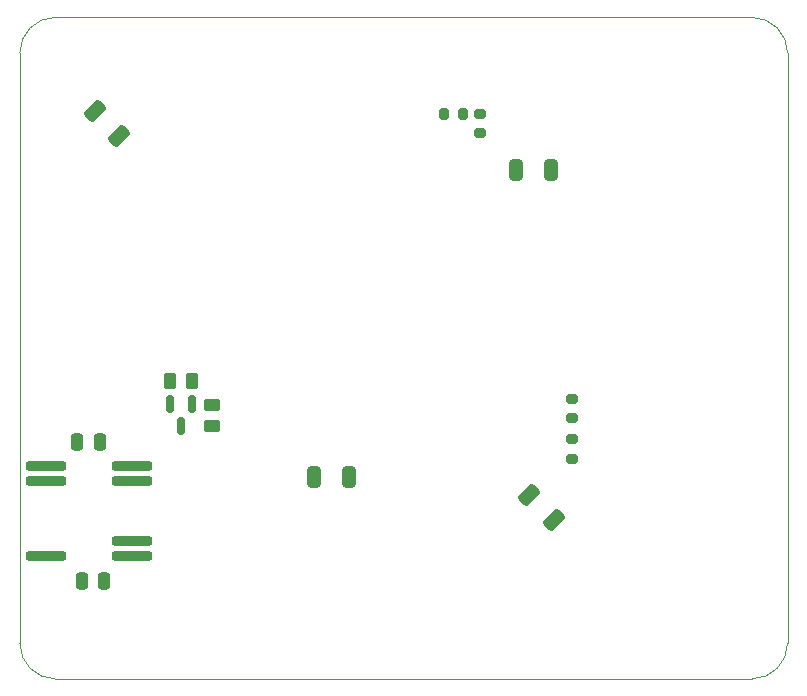
<source format=gbp>
G04 #@! TF.GenerationSoftware,KiCad,Pcbnew,7.0.6*
G04 #@! TF.CreationDate,2023-08-28T17:59:06+03:00*
G04 #@! TF.ProjectId,power_sheld,706f7765-725f-4736-9865-6c642e6b6963,rev?*
G04 #@! TF.SameCoordinates,Original*
G04 #@! TF.FileFunction,Paste,Bot*
G04 #@! TF.FilePolarity,Positive*
%FSLAX46Y46*%
G04 Gerber Fmt 4.6, Leading zero omitted, Abs format (unit mm)*
G04 Created by KiCad (PCBNEW 7.0.6) date 2023-08-28 17:59:06*
%MOMM*%
%LPD*%
G01*
G04 APERTURE LIST*
G04 Aperture macros list*
%AMRoundRect*
0 Rectangle with rounded corners*
0 $1 Rounding radius*
0 $2 $3 $4 $5 $6 $7 $8 $9 X,Y pos of 4 corners*
0 Add a 4 corners polygon primitive as box body*
4,1,4,$2,$3,$4,$5,$6,$7,$8,$9,$2,$3,0*
0 Add four circle primitives for the rounded corners*
1,1,$1+$1,$2,$3*
1,1,$1+$1,$4,$5*
1,1,$1+$1,$6,$7*
1,1,$1+$1,$8,$9*
0 Add four rect primitives between the rounded corners*
20,1,$1+$1,$2,$3,$4,$5,0*
20,1,$1+$1,$4,$5,$6,$7,0*
20,1,$1+$1,$6,$7,$8,$9,0*
20,1,$1+$1,$8,$9,$2,$3,0*%
G04 Aperture macros list end*
%ADD10RoundRect,0.200000X0.200000X0.275000X-0.200000X0.275000X-0.200000X-0.275000X0.200000X-0.275000X0*%
%ADD11RoundRect,0.250000X0.689429X0.229810X0.229810X0.689429X-0.689429X-0.229810X-0.229810X-0.689429X0*%
%ADD12RoundRect,0.200000X0.275000X-0.200000X0.275000X0.200000X-0.275000X0.200000X-0.275000X-0.200000X0*%
%ADD13RoundRect,0.250000X0.325000X0.650000X-0.325000X0.650000X-0.325000X-0.650000X0.325000X-0.650000X0*%
%ADD14RoundRect,0.250000X-0.250000X-0.475000X0.250000X-0.475000X0.250000X0.475000X-0.250000X0.475000X0*%
%ADD15RoundRect,0.150000X-0.150000X0.587500X-0.150000X-0.587500X0.150000X-0.587500X0.150000X0.587500X0*%
%ADD16RoundRect,0.250000X-0.325000X-0.650000X0.325000X-0.650000X0.325000X0.650000X-0.325000X0.650000X0*%
%ADD17RoundRect,0.200000X-1.500000X0.200000X-1.500000X-0.200000X1.500000X-0.200000X1.500000X0.200000X0*%
%ADD18RoundRect,0.250000X-0.450000X0.262500X-0.450000X-0.262500X0.450000X-0.262500X0.450000X0.262500X0*%
%ADD19RoundRect,0.250000X-0.262500X-0.450000X0.262500X-0.450000X0.262500X0.450000X-0.262500X0.450000X0*%
%ADD20RoundRect,0.200000X-0.275000X0.200000X-0.275000X-0.200000X0.275000X-0.200000X0.275000X0.200000X0*%
G04 #@! TA.AperFunction,Profile*
%ADD21C,0.100000*%
G04 #@! TD*
G04 APERTURE END LIST*
D10*
X149615000Y-76707500D03*
X147965000Y-76707500D03*
D11*
X120500000Y-78580000D03*
X118414034Y-76494034D03*
D12*
X158850000Y-105950000D03*
X158850000Y-104300000D03*
D13*
X139915000Y-107470000D03*
X136965000Y-107470000D03*
D14*
X117330000Y-116260000D03*
X119230000Y-116260000D03*
D11*
X157258839Y-111121162D03*
X155172873Y-109035196D03*
D15*
X124760000Y-101320000D03*
X126660000Y-101320000D03*
X125710000Y-103195000D03*
D16*
X154115000Y-81470000D03*
X157065000Y-81470000D03*
D17*
X121550000Y-106570000D03*
X121550000Y-107840000D03*
X121550000Y-112920000D03*
X121550000Y-114190000D03*
X114250000Y-114190000D03*
X114250000Y-107840000D03*
X114250000Y-106570000D03*
D12*
X158850000Y-102520000D03*
X158850000Y-100870000D03*
D18*
X128360000Y-101365000D03*
X128360000Y-103190000D03*
D19*
X124797500Y-99387500D03*
X126622500Y-99387500D03*
D20*
X151000000Y-76707500D03*
X151000000Y-78357500D03*
D14*
X116950000Y-104500000D03*
X118850000Y-104500000D03*
D21*
X174068109Y-124568109D02*
G75*
G03*
X177068109Y-121568109I-9J3000009D01*
G01*
X112068109Y-71568109D02*
X112068109Y-121568109D01*
X177068109Y-121568109D02*
X177068109Y-71568109D01*
X115068109Y-68568109D02*
G75*
G03*
X112068109Y-71568109I-9J-2999991D01*
G01*
X115068109Y-124568109D02*
X174068109Y-124568109D01*
X174068109Y-68568109D02*
X115068109Y-68568109D01*
X112068091Y-121568109D02*
G75*
G03*
X115068109Y-124568109I3000009J9D01*
G01*
X177068091Y-71568109D02*
G75*
G03*
X174068109Y-68568109I-2999991J9D01*
G01*
M02*

</source>
